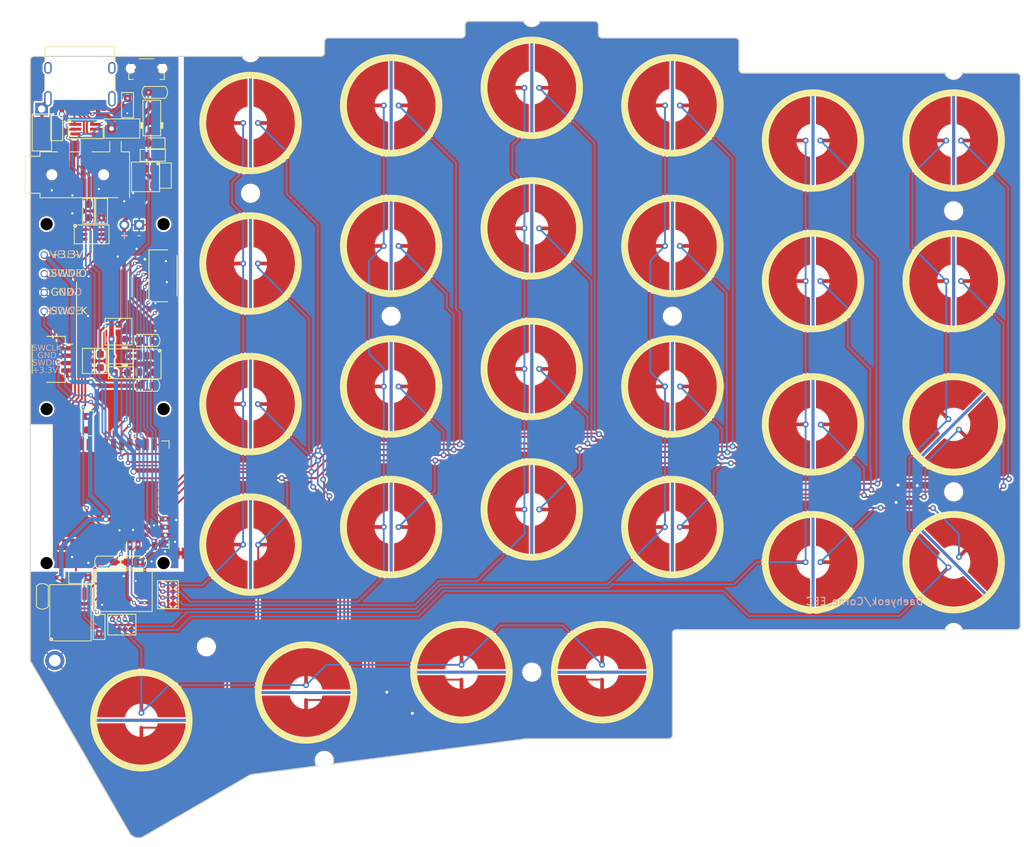
<source format=kicad_pcb>
(kicad_pcb (version 20221018) (generator pcbnew)

  (general
    (thickness 1.6)
  )

  (paper "A4")
  (title_block
    (title "Corne EEC")
    (date "2023-06-22")
    (rev "1.0")
    (comment 1 "Copyright © 2023")
    (comment 2 "MIT License")
  )

  (layers
    (0 "F.Cu" signal)
    (31 "B.Cu" signal)
    (32 "B.Adhes" user "B.Adhesive")
    (33 "F.Adhes" user "F.Adhesive")
    (34 "B.Paste" user)
    (35 "F.Paste" user)
    (36 "B.SilkS" user "B.Silkscreen")
    (37 "F.SilkS" user "F.Silkscreen")
    (38 "B.Mask" user)
    (39 "F.Mask" user)
    (40 "Dwgs.User" user "User.Drawings")
    (41 "Cmts.User" user "User.Comments")
    (42 "Eco1.User" user "User.Eco1")
    (43 "Eco2.User" user "User.Eco2")
    (44 "Edge.Cuts" user)
    (45 "Margin" user)
    (46 "B.CrtYd" user "B.Courtyard")
    (47 "F.CrtYd" user "F.Courtyard")
    (48 "B.Fab" user)
    (49 "F.Fab" user)
  )

  (setup
    (stackup
      (layer "F.SilkS" (type "Top Silk Screen"))
      (layer "F.Paste" (type "Top Solder Paste"))
      (layer "F.Mask" (type "Top Solder Mask") (thickness 0.01))
      (layer "F.Cu" (type "copper") (thickness 0.035))
      (layer "dielectric 1" (type "core") (thickness 1.51) (material "FR4") (epsilon_r 4.5) (loss_tangent 0.02))
      (layer "B.Cu" (type "copper") (thickness 0.035))
      (layer "B.Mask" (type "Bottom Solder Mask") (thickness 0.01))
      (layer "B.Paste" (type "Bottom Solder Paste"))
      (layer "B.SilkS" (type "Bottom Silk Screen"))
      (copper_finish "None")
      (dielectric_constraints no)
    )
    (pad_to_mask_clearance 0)
    (pcbplotparams
      (layerselection 0x00010fc_ffffffff)
      (plot_on_all_layers_selection 0x0000000_00000000)
      (disableapertmacros false)
      (usegerberextensions false)
      (usegerberattributes false)
      (usegerberadvancedattributes false)
      (creategerberjobfile true)
      (dashed_line_dash_ratio 12.000000)
      (dashed_line_gap_ratio 3.000000)
      (svgprecision 6)
      (plotframeref false)
      (viasonmask false)
      (mode 1)
      (useauxorigin false)
      (hpglpennumber 1)
      (hpglpenspeed 20)
      (hpglpendiameter 15.000000)
      (dxfpolygonmode true)
      (dxfimperialunits true)
      (dxfusepcbnewfont true)
      (psnegative false)
      (psa4output false)
      (plotreference true)
      (plotvalue true)
      (plotinvisibletext false)
      (sketchpadsonfab false)
      (subtractmaskfromsilk true)
      (outputformat 1)
      (mirror false)
      (drillshape 0)
      (scaleselection 1)
      (outputdirectory "gerber_left")
    )
  )

  (net 0 "")
  (net 1 "ROW0")
  (net 2 "A2")
  (net 3 "ROW1")
  (net 4 "ROW2")
  (net 5 "A1")
  (net 6 "AO")
  (net 7 "A3")
  (net 8 "A5")
  (net 9 "A7")
  (net 10 "CHARGE_RST")
  (net 11 "ADC")
  (net 12 "CSEL2")
  (net 13 "CSEL1")
  (net 14 "CSEL0")
  (net 15 "ROW3")
  (net 16 "GNDA")
  (net 17 "CSEL_EN")
  (net 18 "A6")
  (net 19 "GND")
  (net 20 "+3V3")
  (net 21 "VBUS")
  (net 22 "unconnected-(J3-SBU1-PadA8)")
  (net 23 "unconnected-(J3-SBU2-PadB8)")
  (net 24 "Net-(J3-CC1)")
  (net 25 "D+")
  (net 26 "D-")
  (net 27 "Net-(J3-CC2)")
  (net 28 "VBUS_DEC")
  (net 29 "ACCS_1")
  (net 30 "ACCS_2")
  (net 31 "ACCS_3")
  (net 32 "ACCS_4")
  (net 33 "ACCS_5")
  (net 34 "ACCS_6")
  (net 35 "ACCS_7")
  (net 36 "ACCS_8")
  (net 37 "SCL")
  (net 38 "SDA")
  (net 39 "SWDCLK")
  (net 40 "SWDIO")
  (net 41 "unconnected-(U3-P1.15-LF-Pad5)")
  (net 42 "RESET")
  (net 43 "+5V")
  (net 44 "unconnected-(U4-NC-Pad4)")
  (net 45 "USB_SHILED_2")
  (net 46 "unconnected-(J3-SHIELD-PadS3)")
  (net 47 "unconnected-(J3-SHIELD-PadS4)")
  (net 48 "USB_SHILED_1")
  (net 49 "Net-(D2-K)")
  (net 50 "VBAT")
  (net 51 "BATTERY_PIN")
  (net 52 "Net-(U8-STAT)")
  (net 53 "Net-(U8-PROG)")
  (net 54 "VSYS")
  (net 55 "A4")
  (net 56 "RN1_1")
  (net 57 "Net-(U2--)")
  (net 58 "unconnected-(U2-NC-Pad1)")
  (net 59 "unconnected-(U2-NC-Pad5)")
  (net 60 "unconnected-(U2-NC-Pad8)")
  (net 61 "unconnected-(U3-P1.11-LF-Pad2)")
  (net 62 "unconnected-(U3-P1.10-LF-Pad3)")
  (net 63 "unconnected-(U3-P1.13-LF-Pad4)")
  (net 64 "/Handness")
  (net 65 "Net-(D3-A)")
  (net 66 "unconnected-(U5-IO4-Pad6)")

  (footprint "PCM_Package_TO_SOT_SMD_AKL:SOT-23" (layer "F.Cu") (at 83.026524 64.544 90))

  (footprint "MountingHole:MountingHole_2.1mm" (layer "F.Cu") (at 157.868024 62.45 180))

  (footprint "ec_parts:ecs_housing_graphic" (layer "F.Cu") (at 119.868024 33.95 -90))

  (footprint "ec_parts:ecs_pad_no_ring" (layer "F.Cu") (at 129.368024 110.575 -90))

  (footprint "MountingHole:MountingHole_2.1mm" (layer "F.Cu") (at 110.826997 122.501646 165))

  (footprint "ec_parts:ecs_pad_no_ring" (layer "F.Cu") (at 157.868024 71.95))

  (footprint "PCM_Inductor_SMD_AKL:L_1206_3216Metric" (layer "F.Cu") (at 72.675024 37.606 90))

  (footprint "PCM_Resistor_SMD_AKL:R_Array_Convex_4x0612" (layer "F.Cu") (at 83.477624 104.1418 -90))

  (footprint "ec_parts:ecs_pad_no_ring" (layer "F.Cu") (at 100.868024 93.325))

  (footprint "ec_parts:ecs_pad_no_ring" (layer "F.Cu") (at 176.868024 95.7))

  (footprint "ec_parts:SMT-SO-M1.6-screwhole_only" (layer "F.Cu") (at 89.118024 50))

  (footprint "ec_parts:ecs_pad_no_ring" (layer "F.Cu") (at 157.868024 33.95))

  (footprint "MountingHole:MountingHole_2.1mm" (layer "F.Cu") (at 94.902624 107.1478 180))

  (footprint "ec_parts:ecs_housing_graphic" (layer "F.Cu") (at 108.368216 113.325351 -75))

  (footprint "MountingHole:MountingHole_2.1mm" (layer "F.Cu") (at 138.868024 22.075 180))

  (footprint "ec_parts:ecs_housing_graphic" (layer "F.Cu") (at 195.868024 57.7 -90))

  (footprint "ec_parts:ecs_pad_no_ring" (layer "F.Cu") (at 157.868024 90.95))

  (footprint "ec_parts:ecs_housing_graphic" (layer "F.Cu") (at 138.868024 50.575 -90))

  (footprint "ec_parts:ecs_pad_no_ring" (layer "F.Cu") (at 119.868024 52.95))

  (footprint "PCM_marbastlib-various:nRF52840_holyiot_18010_HS_simple" (layer "F.Cu") (at 80.36619 86.559 90))

  (footprint "PCM_Package_SO_AKL:TSSOP-16_4.4x5mm_P0.65mm" (layer "F.Cu") (at 83.676624 99.5648))

  (footprint "PCM_Resistor_SMD_AKL:R_0603_1608Metric_Pad0.98x0.95mm" (layer "F.Cu") (at 78.006 97.779))

  (footprint "PCM_Diode_SMD_AKL:D_SOD-323F" (layer "F.Cu") (at 83.337524 67.868 180))

  (footprint "MountingHole:MountingHole_2.1mm" (layer "F.Cu") (at 119.868024 62.45 180))

  (footprint "ec_parts:ecs_pad_no_ring" locked (layer "F.Cu")
    (tstamp 54ae0cd9-0e93-49a1-9858-e7140f6492c6)
    (at 138.868024 50.575)
    (descr " StepUp generated footprint")
    (property "Comment" "")
    (property "Sheetfile" "key_matrix.kicad_sch")
    (property "Sheetname" "key_matrix")
    (path "/ac97752b-a16f-44ee-ad7e-0bcdbcea7979/da12a8cb-f276-4f37-a5ea-76ac10c42656")
    (attr smd)
    (fp_text reference "SW11" (at -6 -8) (layer "Dwgs.User") hide
        (effects (font (size 0.8 0.8) (thickness 0.12)))
      (tstamp ac0ba57a-6459-4113-b34b-0df8c739e070)
    )
    (fp_text value "EC_SW" (at -4.9 -5.6) (layer "F.SilkS") hide
        (effects (font (size 0.8 0.8) (thickness 0.12)))
      (tstamp 815c4ed1-dc88-4132-8f35-ecb7532cafa7)
    )
    (fp_text user "${REFERENCE}" (at 0 -2.5) (layer "F.Fab") hide
        (effects (font (size 0.8 0.8) (thickness 0.12)))
      (tstamp 1eadce05-1f17-4b73-9ae8-6efd5a4deb6d)
    )
    (fp_circle (center 0 0) (end 6.467 0)
      (stroke (width 0.9) (type solid)) (fill none) (layer "F.SilkS") (tstamp d22b484e-40ca-4963-a389-73fe8b42d841))
    (pad "1" smd custom locked (at -1 0) (size 0.4 0.4) (layers "F.Cu")
      (net 6 "AO") (pinfunction "1") (pintype "passive") (zone_connect 0) (thermal_bridge_angle 45)
      (options (clearance outline) (anchor circle))
      (primitives
        (gr_poly
          (pts
            (xy 0.6 -2.214159)
            (xy 0.320477 -2.144936)
            (xy 0.052085 -2.040578)
            (xy -0.20078 -1.902795)
            (xy -0.433976 -1.733843)
            (xy -0.643683 -1.536492)
            (xy -0.826466 -1.313972)
            (xy -0.979332 -1.069928)
            (xy -1.099775 -0.80836)
            (xy -1.185824 -0.53355)
            (xy -1.236068 -0.25)
            (xy 0 -0.25)
            (xy 0.095671 -0.23097)
            (xy 0.176777 -0.176777)
            (xy 0.23097 -0.095671)
            (xy 0.25 0)
            (xy 0.23097 0.095671)
            (xy 0.176777 0.176777)
            (xy 0.095671 0.23097)
            (xy 0 0.25)
            (xy -1.236068 0.25)
            (xy -1.185824 0.53355)
            (xy -1.099775 0.80836)
            (xy -0.979332 1.069928)
            (xy -0.826466 1.313972)
            (xy -0.643683 1.536492)
            (xy -0.433976 1.733843)
            (xy -0.20078 1.902795)
            (xy 0.052085 2.040578)
            (xy 0.320477 2.144936)
            (xy 0.6 2.214159)
            (xy 0.6 5.986652)
            (xy 0.115133 5.934392)
            (xy -0.363889 5.842928)
            (xy -0.8339 5.712864)
            (xy -1.291796 5.545058)
            (xy -1.734552 5.34062)
            (xy -2.159242 5.100901)
            (xy -2.563061 4.827483)
            (xy -2.943342 4.522174)
            (xy -3.297572 4.186989)
            (xy -3.62341 3.824144)
            (xy -3.918705 3.436035)
            (xy -4.181506 3.025227)
            (xy -4.410075 2.594434)
            (xy -4.602904 2.1465)
            (xy -4.758719 1.684386)
            (xy -4.876489 1.211145)
            (xy -4.955438 0.729902)
            (xy -4.995043 0.243838)
            (xy -4.995043 -0.243838)
            (xy -4.955438 -0.729902)
            (xy -4.876489 -1.211145)
            (xy -4.758719 -1.684386)
            (xy -4.602904 -2.1465)
            (xy -4.410075 -2.594434)
            (xy -4.181506 -3.025227)
            (xy -3.918705 -3.436035)
            (xy -3.62341 -3.824144)
            (xy -3.297572 -4.186989)
            (xy -2.943342 -4.522174)
            (xy -2.563061 -4.827483)
            (xy -2.159242 -5.100901)
            (xy -1.734552 -5.34062)
            (xy -1.291796 -5.545058)
            (xy -0.8339 -5.712864)
            (xy -0.363889 -5.842928)
            (xy 0.115133 -5.934392)
            (xy 0.6 -5.986652)
          )
          (width 0) (fill yes))
      ) (tstamp 9bce7ea3-5a8d-475e-ba31-9b40869f7ca6))
    (pad "2" smd custom locked (at 1 0 180) (size 0.4 0.4) (layers "F.Cu")
      (net 3 "ROW1") (pinfunction "2") (pintype "passive") (zone_connect 0) (thermal_bridge_angle 45)
      (options (clearance outline) (anchor circle))
      (primitives
        (gr_poly
          (pts
            (xy 0.6 -2.214159)
            (xy 0.320477 -2.144936)
            (xy 0.052085 -2.040578)
            (xy -0.20078 -1.902795)
            (xy -0.433976 -1.733843)
            (xy -0.643683 -1.536492)
            (xy -0.826466 -1.313972)
            (xy -0.979332 -1.069928)
            (xy -1.099775 -0.80836)
            (xy -1.185824 -0.53355)
            (xy -1.236068 -0.25)
            (xy 0 -0.25)
            (xy 0.095671 -0.23097)
            (xy 0.176777 -0.176777)
            (xy 0.23097 -0.095671)
            (xy 0.25 0)
            (xy 0.23097 0.095671)
            (xy 0.176777 0.176777)
            (xy 0.095671 0.23097)
            (xy 0 0.25)
            (xy -1.236068 0.25)
            (xy -1.185824 0.53355)
            (xy -1.099775 0.80836)
            (xy -0.979332 1.069928)
            (xy -0.826466 1.313972)
            (xy -0.643683 1.536492)
            (xy -0.433976 1.733843)
            (xy -0.20078 1.902795)
            (xy 0.052085 2.040578)
            (xy 0.320477 2.144936)
            (xy 0.6 2.214159)
            (xy 0.6 5.986652)
            (xy 0.115133 5.934392)
            (xy -0.363889 5.842928)
            (xy -0.8339 5.712864)
            (xy -1.291796 5.545058)
            (xy -1.734552 5.34062)
            (xy -2.159242 5.100901)
            (xy -2.563061 4.827483)
            (xy -2.943342 4.522174)
            (xy -3.297572 4.186989)
            (xy -3.62341 3.824144)
            (xy -3.918705 3.436035)
            (xy -4.181506 3.025227)
            (xy -4.410075 2.594434)
            (xy -4.602904 2.1465)
            (xy -4.758719 1.684386)
            (xy -4.876489 1.211145)
            (xy -4.955438 0.729902)
            (xy -4.995043 0.243838)
            (xy -4.995043 -0.243838)
            (xy -4.955438 -0.729902)
            (xy -4.876489 -1.211145)
            (xy -4.758719 -1.684386)
            (xy -4.602904 -2.1465)
            (xy -4.410075 -2.594434)
            (xy -4.181506 -3.025227)
            (xy -3.918705 -3.436035)
            (xy -3.62341 -3.824144)
            (xy -3.297572 -4.186989)
            (xy -2.943342 -4.522174)
            (xy -2.563061 -4.827483)
            (xy -2.159242 -5.100901)
            (xy -1.734552 -5.34062)
            (xy -1.291796 -5.545058)
            (xy -0.8339 -5.712864)
            (xy -0.363889 -5.842928)
            (xy 0.115133 -5.934392)
            (xy 0.6 -5.986652)
          )
          (width 0) (fill yes))
      ) (tstamp 6468a2d6-2d73-4dcd-ae14-7fc2bc59afa4))
    (pad "3" smd custom locked (at 0 0) (size 0.4 0.4) (layers "F.Cu")
      (net 16 "GNDA") (pinfunction "SG") (pintype "input") (zone_connect 2) (thermal_bridge_angle 45)
      (options (clearance convexhull) (anchor rect))
      (primitives
        (gr_line (start 0 -7) (end 0 7) (width 0.4))
      ) (tstamp 8444667d-5896-4516-bffb-a7df6bcc6bfd))
    (pad "3" smd custom locked (at 0 0) (size 0.4 0.4) (layers "B.Cu")
      (net 16 "GNDA") (pinfunction "SG") (pintype "input") (zone_connect 2) (thermal_bridge_angle 45)
      (options (clearance convexhull) (anchor rect))
      (primitives
        (gr_line (start 0 -6.5) (end 0 6.5) (width 0.4))
      ) (tstamp 8d419ba3-cf8e-47d5-88cd-07306bcba1b2))
    (zone (net 0) (net_name "") (layer "F.Cu") (tstamp d26c42f4-3d64-4d33-8f8c-1e40696b9d7c) (hatch edge 0.508)
      (connect_pads (clearance 0))
      (min_thickness 0.254) (filled_areas_thickness no)
      (keepout (tracks allowed) (vias allowed) (pads allowed) (copperpour not_allowed) (footprints allowed))
      (fill (thermal_gap 0.508) (thermal_bridge_width 0.508))
      (polygon
        (pts
          (xy 145.872929 50.575)
          (xy 145.854117 50.061973)
          (xy 145.797783 49.551702)
          (xy 145.704228 49.046927)
          (xy 145.573956 48.55036)
          (xy 145.407666 48.064667)
          (xy 145.206252 47.592457)
          (xy 144.970794 47.136266)
          (xy 144.702558 46.698545)
          (xy 144.402985 46.281644)
          (xy 144.073683 45.887804)
          (xy 143.716421 45.519138)
          (xy 143.333118 45.177628)
          (xy 142.925834 44.865107)
          (xy 142.496754 44.583255)
          (xy 142.048184 44.333584)
          (xy 141.582534 44.117436)
          (xy 141.102304 43.935972)
          (xy 140.610073 43.790167)
          (xy 140.108486 43.680803)
          (xy 139.600236 43.608469)
          (xy 139.088053 43.573551)
          (xy 138.574689 43.576239)
          (xy 138.0629 43.616518)
          (xy 137.555436 43.694171)
          (xy 137.055021 43.808781)
          (xy 136.564344 43.959733)
          (xy 136.086041 44.146216)
          (xy 135.622679 44.367228)
          (xy 135.176749 44.621582)
          (xy 134.750644 44.907913)
          (xy 134.346654 45.224681)
          (xy 133.966949 45.570187)
          (xy 133.613567 45.942573)
          (xy 133.288408 46.339841)
          (xy 132.993216 46.759855)
          (xy 132.729579 47.200361)
          (xy 132.498911 47.658993)
          (xy 132.302453 48.133286)
          (xy 132.141258 48.620694)
          (xy 132.016193 49.118598)
          (xy 131.927929 49.624325)
          (xy 131.876942 50.135158)
          (xy 131.863503 50.648354)
          (xy 131.887686 51.161155)
          (xy 131.949361 51.670809)
          (xy 132.048196 52.174576)
          (xy 132.183661 52.669752)
          (xy 132.355028 53.153678)
          (xy 132.561377 53.623753)
          (xy 132.801598 54.077452)
          (xy 133.074403 54.512341)
          (xy 133.378326 54.926081)
          (xy 133.711734 55.316452)
          (xy 134.072837 55.681356)
          (xy 134.459694 56.018834)
          (xy 134.87023 56.327072)
          (xy 135.302237 56.604416)
          (xy 135.753397 56.849376)
          (xy 136.221285 57.060635)
          (xy 136.703389 57.237061)
          (xy 137.19712 57.377703)
          (xy 137.699825 57.481809)
          (xy 138.208804 57.548817)
          (xy 138.721324 57.578369)
          (xy 139.234632 57.570305)
          (xy 139.745971 57.524669)
          (xy 140.252595 57.441706)
          (xy 140.751782 57.321862)
          (xy 141.240851 57.16578)
          (xy 141.717176 56.974299)
          (xy 142.178197 56.748447)
          (xy 142.62144 56.489437)
          (xy 143.044523 56.19866)
          (xy 143.445173 55.877678)
          (xy 143.82124 55.528216)
          (xy 144.170702 55.152149)
          (xy 144.491684 54.751499)
          (xy 144.782461 54.328416)
          (xy 145.0414
... [1744219 chars truncated]
</source>
